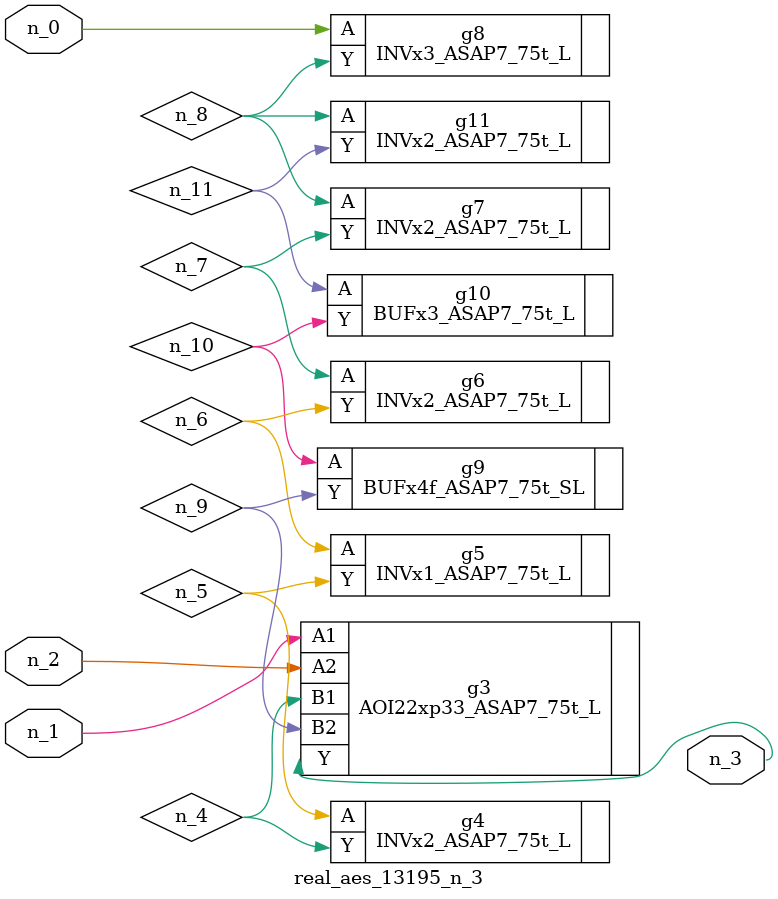
<source format=v>
module real_aes_13195_n_3 (n_0, n_2, n_1, n_3);
input n_0;
input n_2;
input n_1;
output n_3;
wire n_4;
wire n_5;
wire n_7;
wire n_9;
wire n_6;
wire n_8;
wire n_10;
wire n_11;
INVx3_ASAP7_75t_L g8 ( .A(n_0), .Y(n_8) );
AOI22xp33_ASAP7_75t_L g3 ( .A1(n_1), .A2(n_2), .B1(n_4), .B2(n_9), .Y(n_3) );
INVx2_ASAP7_75t_L g4 ( .A(n_5), .Y(n_4) );
INVx1_ASAP7_75t_L g5 ( .A(n_6), .Y(n_5) );
INVx2_ASAP7_75t_L g6 ( .A(n_7), .Y(n_6) );
INVx2_ASAP7_75t_L g7 ( .A(n_8), .Y(n_7) );
INVx2_ASAP7_75t_L g11 ( .A(n_8), .Y(n_11) );
BUFx4f_ASAP7_75t_SL g9 ( .A(n_10), .Y(n_9) );
BUFx3_ASAP7_75t_L g10 ( .A(n_11), .Y(n_10) );
endmodule
</source>
